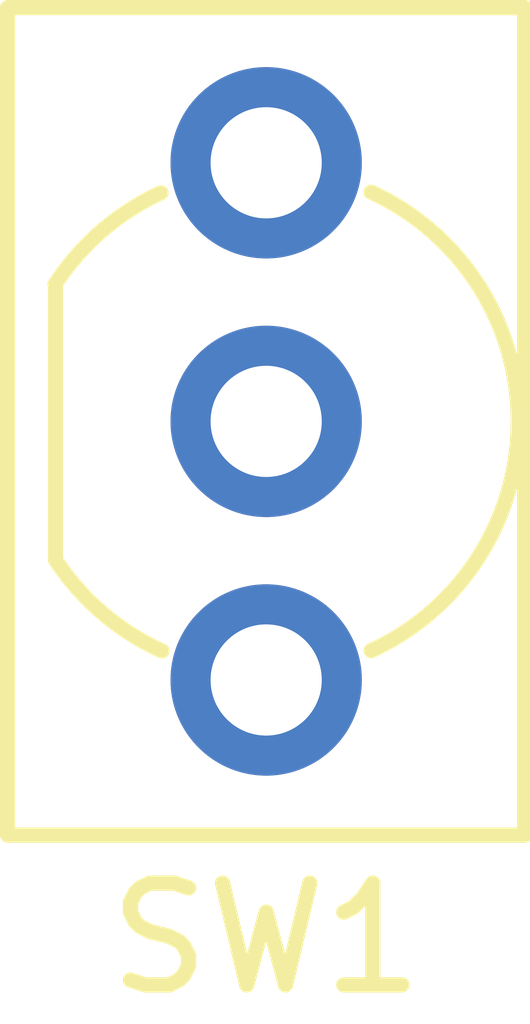
<source format=kicad_pcb>
(kicad_pcb (version 20171130) (host pcbnew "(5.1.9-0-10_14)")

  (general
    (thickness 1.6)
    (drawings 0)
    (tracks 0)
    (zones 0)
    (modules 1)
    (nets 4)
  )

  (page A4)
  (layers
    (0 F.Cu signal)
    (31 B.Cu signal)
    (32 B.Adhes user)
    (33 F.Adhes user)
    (34 B.Paste user)
    (35 F.Paste user)
    (36 B.SilkS user)
    (37 F.SilkS user)
    (38 B.Mask user)
    (39 F.Mask user)
    (40 Dwgs.User user)
    (41 Cmts.User user)
    (42 Eco1.User user)
    (43 Eco2.User user)
    (44 Edge.Cuts user)
    (45 Margin user)
    (46 B.CrtYd user hide)
    (47 F.CrtYd user hide)
    (48 B.Fab user hide)
    (49 F.Fab user hide)
  )

  (setup
    (last_trace_width 0.1524)
    (user_trace_width 0.1524)
    (user_trace_width 0.254)
    (user_trace_width 0.4064)
    (user_trace_width 0.635)
    (trace_clearance 0.1524)
    (zone_clearance 0.508)
    (zone_45_only no)
    (trace_min 0.1524)
    (via_size 0.6858)
    (via_drill 0.3048)
    (via_min_size 0.6858)
    (via_min_drill 0.3048)
    (uvia_size 0.3048)
    (uvia_drill 0.1524)
    (uvias_allowed no)
    (uvia_min_size 0.2)
    (uvia_min_drill 0.1)
    (edge_width 0.15)
    (segment_width 0.15)
    (pcb_text_width 0.3)
    (pcb_text_size 1.5 1.5)
    (mod_edge_width 0.15)
    (mod_text_size 1 1)
    (mod_text_width 0.15)
    (pad_size 1.524 1.524)
    (pad_drill 0.762)
    (pad_to_mask_clearance 0.2)
    (aux_axis_origin 0 0)
    (visible_elements FFFFFF7F)
    (pcbplotparams
      (layerselection 0x010fc_ffffffff)
      (usegerberextensions false)
      (usegerberattributes false)
      (usegerberadvancedattributes false)
      (creategerberjobfile false)
      (excludeedgelayer true)
      (linewidth 0.100000)
      (plotframeref false)
      (viasonmask false)
      (mode 1)
      (useauxorigin false)
      (hpglpennumber 1)
      (hpglpenspeed 20)
      (hpglpendiameter 15.000000)
      (psnegative false)
      (psa4output false)
      (plotreference true)
      (plotvalue true)
      (plotinvisibletext false)
      (padsonsilk false)
      (subtractmaskfromsilk false)
      (outputformat 1)
      (mirror false)
      (drillshape 1)
      (scaleselection 1)
      (outputdirectory ""))
  )

  (net 0 "")
  (net 1 +3V3)
  (net 2 Pin1)
  (net 3 Pin0)

  (net_class Default "This is the default net class."
    (clearance 0.1524)
    (trace_width 0.1524)
    (via_dia 0.6858)
    (via_drill 0.3048)
    (uvia_dia 0.3048)
    (uvia_drill 0.1524)
    (diff_pair_width 0.1524)
    (diff_pair_gap 0.1524)
    (add_net +3V3)
    (add_net Pin0)
    (add_net Pin1)
  )

  (module Switch_Thonk:SW_SPDT_Dailywell locked (layer F.Cu) (tedit 5FD26190) (tstamp 608ACBB9)
    (at 0 0)
    (path /5FD259E4)
    (fp_text reference SW1 (at 0 5.08) (layer F.SilkS)
      (effects (font (size 1 1) (thickness 0.15)))
    )
    (fp_text value SW_SPDT (at 0 -5.08) (layer F.Fab)
      (effects (font (size 1 1) (thickness 0.15)))
    )
    (fp_line (start -2.0701 -1.35128) (end -2.0701 1.35128) (layer F.SilkS) (width 0.15))
    (fp_line (start 2.54 -4.064) (end 2.54 4.064) (layer F.SilkS) (width 0.15))
    (fp_line (start -2.54 -4.064) (end -2.54 4.064) (layer F.SilkS) (width 0.15))
    (fp_line (start -2.54 4.064) (end 2.54 4.064) (layer F.SilkS) (width 0.15))
    (fp_line (start -2.54 -4.064) (end 2.54 -4.064) (layer F.SilkS) (width 0.15))
    (fp_arc (start 0 0) (end 2.4765 0) (angle -65.38985762) (layer F.SilkS) (width 0.15))
    (fp_arc (start 0 0) (end -1.033779 -2.245359) (angle -32.27419574) (layer F.SilkS) (width 0.15))
    (fp_arc (start 0 0) (end 2.4765 0) (angle 65.4) (layer F.SilkS) (width 0.15))
    (fp_arc (start 0 0) (end -2.070099 1.358899) (angle -32.3) (layer F.SilkS) (width 0.15))
    (pad 2 thru_hole circle (at 0 0) (size 1.8796 1.8796) (drill 1.0922) (layers *.Cu *.Mask)
      (net 1 +3V3))
    (pad 3 thru_hole circle (at 0 -2.54) (size 1.8796 1.8796) (drill 1.0922) (layers *.Cu *.Mask)
      (net 2 Pin1))
    (pad 1 thru_hole circle (at 0 2.54) (size 1.8796 1.8796) (drill 1.0922) (layers *.Cu *.Mask)
      (net 3 Pin0))
  )

)

</source>
